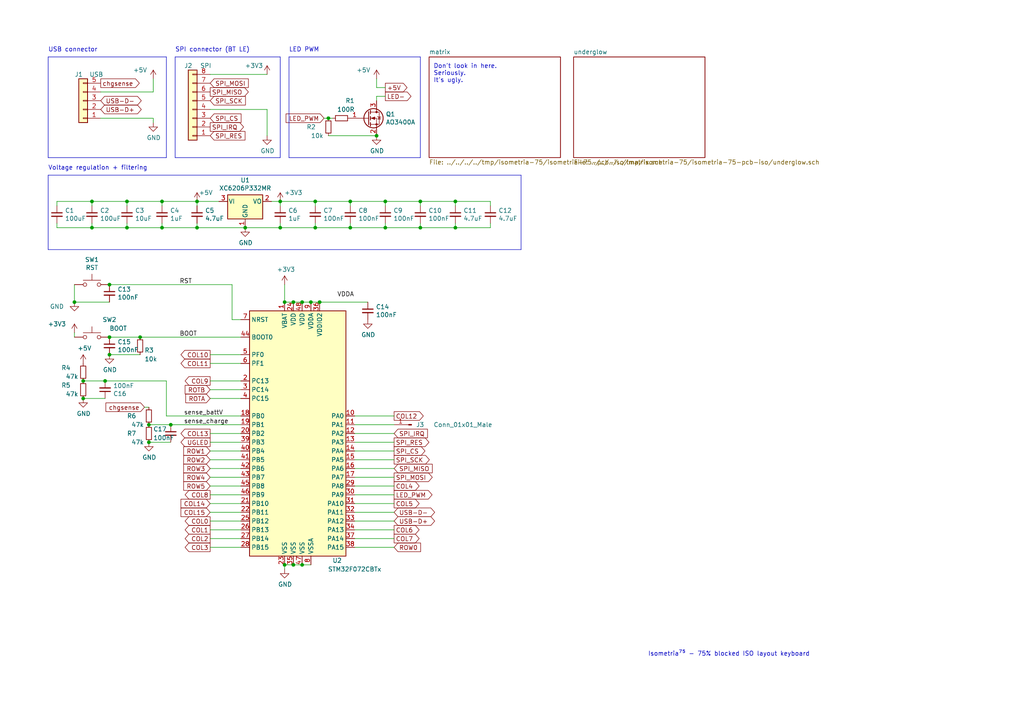
<source format=kicad_sch>
(kicad_sch (version 20230121) (generator eeschema)
  (paper "A4")
  (lib_symbols
    (symbol "Connector_Generic:Conn_01x05" (pin_names (offset 1.016) hide)
      (property "Reference" "J" (at 0 7.62 0))
      (property "Value" "Conn_01x05" (at 0 -7.62 0))
      (symbol "Conn_01x05_1_1"
        (rectangle (start -1.27 -4.953) (end 0 -5.207) (stroke (width 0.1524)))
        (rectangle (start -1.27 -2.413) (end 0 -2.667) (stroke (width 0.1524)))
        (rectangle (start -1.27 0.127) (end 0 -0.127) (stroke (width 0.1524)))
        (rectangle (start -1.27 2.667) (end 0 2.413) (stroke (width 0.1524)))
        (rectangle (start -1.27 5.207) (end 0 4.953) (stroke (width 0.1524)))
        (rectangle (start -1.27 6.35) (end 1.27 -6.35) (stroke (width 0.254)) (fill (type background)))
        (pin passive line (at -5.08 5.08 0) (length 3.81) (name "Pin_1") (number "1"))
        (pin passive line (at -5.08 2.54 0) (length 3.81) (name "Pin_2") (number "2"))
        (pin passive line (at -5.08 0 0) (length 3.81) (name "Pin_3") (number "3"))
        (pin passive line (at -5.08 -2.54 0) (length 3.81) (name "Pin_4") (number "4"))
        (pin passive line (at -5.08 -5.08 0) (length 3.81) (name "Pin_5") (number "5"))
      )
    )
    (symbol "Connector_Generic:Conn_01x08" (pin_names (offset 1.016) hide)
      (property "Reference" "J" (at 0 10.16 0))
      (property "Value" "Conn_01x08" (at 0 -12.7 0))
      (symbol "Conn_01x08_1_1"
        (rectangle (start -1.27 -10.033) (end 0 -10.287) (stroke (width 0.1524)))
        (rectangle (start -1.27 -7.493) (end 0 -7.747) (stroke (width 0.1524)))
        (rectangle (start -1.27 -4.953) (end 0 -5.207) (stroke (width 0.1524)))
        (rectangle (start -1.27 -2.413) (end 0 -2.667) (stroke (width 0.1524)))
        (rectangle (start -1.27 0.127) (end 0 -0.127) (stroke (width 0.1524)))
        (rectangle (start -1.27 2.667) (end 0 2.413) (stroke (width 0.1524)))
        (rectangle (start -1.27 5.207) (end 0 4.953) (stroke (width 0.1524)))
        (rectangle (start -1.27 7.747) (end 0 7.493) (stroke (width 0.1524)))
        (rectangle (start -1.27 8.89) (end 1.27 -11.43) (stroke (width 0.254)) (fill (type background)))
        (pin passive line (at -5.08 7.62 0) (length 3.81) (name "Pin_1") (number "1"))
        (pin passive line (at -5.08 5.08 0) (length 3.81) (name "Pin_2") (number "2"))
        (pin passive line (at -5.08 2.54 0) (length 3.81) (name "Pin_3") (number "3"))
        (pin passive line (at -5.08 0 0) (length 3.81) (name "Pin_4") (number "4"))
        (pin passive line (at -5.08 -2.54 0) (length 3.81) (name "Pin_5") (number "5"))
        (pin passive line (at -5.08 -5.08 0) (length 3.81) (name "Pin_6") (number "6"))
        (pin passive line (at -5.08 -7.62 0) (length 3.81) (name "Pin_7") (number "7"))
        (pin passive line (at -5.08 -10.16 0) (length 3.81) (name "Pin_8") (number "8"))
      )
    )
    (symbol "Device:C_Small" (pin_numbers hide) (pin_names (offset 0.254) hide)
      (property "Reference" "C" (at 0.254 1.778 0))
      (property "Value" "C_Small" (at 0.254 -2.032 0))
      (symbol "C_Small_0_1"
        (polyline (pts (xy -1.524 -0.508) (xy 1.524 -0.508)) (stroke (width 0.3302)))
        (polyline (pts (xy -1.524 0.508) (xy 1.524 0.508)) (stroke (width 0.3048)))
      )
      (symbol "C_Small_1_1"
        (pin passive line (at 0 2.54 270) (length 2.032) (name "~") (number "1"))
        (pin passive line (at 0 -2.54 90) (length 2.032) (name "~") (number "2"))
      )
    )
    (symbol "Device:Q_NMOS_GSD" (pin_names (offset 0) hide)
      (property "Reference" "Q" (at 5.08 1.27 0))
      (property "Value" "Q_NMOS_GSD" (at 5.08 -1.27 0))
      (symbol "Q_NMOS_GSD_0_1"
        (polyline (pts (xy 0.254 0) (xy -2.54 0)))
        (polyline (pts (xy 0.254 1.905) (xy 0.254 -1.905)) (stroke (width 0.254)))
        (polyline (pts (xy 0.762 -1.27) (xy 0.762 -2.286)) (stroke (width 0.254)))
        (polyline (pts (xy 0.762 0.508) (xy 0.762 -0.508)) (stroke (width 0.254)))
        (polyline (pts (xy 0.762 2.286) (xy 0.762 1.27)) (stroke (width 0.254)))
        (polyline (pts (xy 2.54 2.54) (xy 2.54 1.778)))
        (polyline (pts (xy 2.54 -2.54) (xy 2.54 0) (xy 0.762 0)))
        (polyline (pts (xy 0.762 -1.778) (xy 3.302 -1.778) (xy 3.302 1.778) (xy 0.762 1.778)))
        (polyline (pts (xy 1.016 0) (xy 2.032 0.381) (xy 2.032 -0.381) (xy 1.016 0)) (fill (type outline)))
        (polyline (pts (xy 2.794 0.508) (xy 2.921 0.381) (xy 3.683 0.381) (xy 3.81 0.254)))
        (polyline (pts (xy 3.302 0.381) (xy 2.921 -0.254) (xy 3.683 -0.254) (xy 3.302 0.381)))
        (circle (center 1.651 0) (radius 2.794) (stroke (width 0.254)))
        (circle (center 2.54 -1.778) (radius 0.254) (fill (type outline)))
        (circle (center 2.54 1.778) (radius 0.254) (fill (type outline)))
      )
      (symbol "Q_NMOS_GSD_1_1"
        (pin input line (at -5.08 0 0) (length 2.54) (name "G") (number "1"))
        (pin passive line (at 2.54 -5.08 90) (length 2.54) (name "S") (number "2"))
        (pin passive line (at 2.54 5.08 270) (length 2.54) (name "D") (number "3"))
      )
    )
    (symbol "Device:R_Small" (pin_numbers hide) (pin_names (offset 0.254) hide)
      (property "Reference" "R" (at 0.762 0.508 0))
      (property "Value" "R_Small" (at 0.762 -1.016 0))
      (symbol "R_Small_0_1"
        (rectangle (start -0.762 1.778) (end 0.762 -1.778) (stroke (width 0.2032)))
      )
      (symbol "R_Small_1_1"
        (pin passive line (at 0 2.54 270) (length 0.762) (name "~") (number "1"))
        (pin passive line (at 0 -2.54 90) (length 0.762) (name "~") (number "2"))
      )
    )
    (symbol "Switch:SW_Push" (pin_numbers hide) (pin_names (offset 1.016) hide)
      (property "Reference" "SW" (at 1.27 2.54 0))
      (property "Value" "SW_Push" (at 0 -1.524 0))
      (symbol "SW_Push_0_1"
        (circle (center -2.032 0) (radius 0.508))
        (polyline (pts (xy 0 1.27) (xy 0 3.048)))
        (polyline (pts (xy 2.54 1.27) (xy -2.54 1.27)))
        (circle (center 2.032 0) (radius 0.508))
        (pin passive line (at -5.08 0 0) (length 2.54) (name "1") (number "1"))
        (pin passive line (at 5.08 0 180) (length 2.54) (name "2") (number "2"))
      )
    )
    (symbol "isometria-75-pcb-iso-rescue:+3.3V-power" (power) (pin_names (offset 0))
      (property "Value" "+3.3V-power" (at 0 3.556 0))
      (symbol "+3.3V-power_0_1"
        (polyline (pts (xy -0.762 1.27) (xy 0 2.54)))
        (polyline (pts (xy 0 0) (xy 0 2.54)))
        (polyline (pts (xy 0 2.54) (xy 0.762 1.27)))
      )
      (symbol "+3.3V-power_1_1"
        (pin power_in line (at 0 0 90) (length 0) hide (name "+3V3") (number "1"))
      )
    )
    (symbol "isometria-75-pcb-iso-rescue:Conn_01x01_Male-Connector" (pin_names (offset 1.016) hide)
      (property "Reference" "J" (at 0 2.54 0))
      (property "Value" "Connector_Conn_01x01_Male" (at 0 -2.54 0))
      (symbol "Conn_01x01_Male-Connector_1_1"
        (polyline (pts (xy 1.27 0) (xy 0.8636 0)) (stroke (width 0.1524)))
        (rectangle (start 0.8636 0.127) (end 0 -0.127) (stroke (width 0.1524)) (fill (type outline)))
        (pin passive line (at 5.08 0 180) (length 3.81) (name "Pin_1") (number "1"))
      )
    )
    (symbol "isometria-75-pcb-iso-rescue:STM32F072CBTx-MCU_ST_STM32F0"
      (property "Reference" "U" (at -15.24 36.83 0))
      (property "Value" "MCU_ST_STM32F0_STM32F072CBTx" (at 7.62 36.83 0))
      (symbol "STM32F072CBTx-MCU_ST_STM32F0_0_1"
        (rectangle (start -15.24 -35.56) (end 12.7 35.56) (stroke (width 0.254)) (fill (type background)))
      )
      (symbol "STM32F072CBTx-MCU_ST_STM32F0_1_1"
        (pin power_in line (at -5.08 38.1 270) (length 2.54) (name "VBAT") (number "1"))
        (pin bidirectional line (at 15.24 5.08 180) (length 2.54) (name "PA0") (number "10"))
        (pin bidirectional line (at 15.24 2.54 180) (length 2.54) (name "PA1") (number "11"))
        (pin bidirectional line (at 15.24 0 180) (length 2.54) (name "PA2") (number "12"))
        (pin bidirectional line (at 15.24 -2.54 180) (length 2.54) (name "PA3") (number "13"))
        (pin bidirectional line (at 15.24 -5.08 180) (length 2.54) (name "PA4") (number "14"))
        (pin bidirectional line (at 15.24 -7.62 180) (length 2.54) (name "PA5") (number "15"))
        (pin bidirectional line (at 15.24 -10.16 180) (length 2.54) (name "PA6") (number "16"))
        (pin bidirectional line (at 15.24 -12.7 180) (length 2.54) (name "PA7") (number "17"))
        (pin bidirectional line (at -17.78 5.08 0) (length 2.54) (name "PB0") (number "18"))
        (pin bidirectional line (at -17.78 2.54 0) (length 2.54) (name "PB1") (number "19"))
        (pin bidirectional line (at -17.78 15.24 0) (length 2.54) (name "PC13") (number "2"))
        (pin bidirectional line (at -17.78 0 0) (length 2.54) (name "PB2") (number "20"))
        (pin bidirectional line (at -17.78 -20.32 0) (length 2.54) (name "PB10") (number "21"))
        (pin bidirectional line (at -17.78 -22.86 0) (length 2.54) (name "PB11") (number "22"))
        (pin power_in line (at -5.08 -38.1 90) (length 2.54) (name "VSS") (number "23"))
        (pin power_in line (at -2.54 38.1 270) (length 2.54) (name "VDD") (number "24"))
        (pin bidirectional line (at -17.78 -25.4 0) (length 2.54) (name "PB12") (number "25"))
        (pin bidirectional line (at -17.78 -27.94 0) (length 2.54) (name "PB13") (number "26"))
        (pin bidirectional line (at -17.78 -30.48 0) (length 2.54) (name "PB14") (number "27"))
        (pin bidirectional line (at -17.78 -33.02 0) (length 2.54) (name "PB15") (number "28"))
        (pin bidirectional line (at 15.24 -15.24 180) (length 2.54) (name "PA8") (number "29"))
        (pin bidirectional line (at -17.78 12.7 0) (length 2.54) (name "PC14") (number "3"))
        (pin bidirectional line (at 15.24 -17.78 180) (length 2.54) (name "PA9") (number "30"))
        (pin bidirectional line (at 15.24 -20.32 180) (length 2.54) (name "PA10") (number "31"))
        (pin bidirectional line (at 15.24 -22.86 180) (length 2.54) (name "PA11") (number "32"))
        (pin bidirectional line (at 15.24 -25.4 180) (length 2.54) (name "PA12") (number "33"))
        (pin bidirectional line (at 15.24 -27.94 180) (length 2.54) (name "PA13") (number "34"))
        (pin power_in line (at -2.54 -38.1 90) (length 2.54) (name "VSS") (number "35"))
        (pin power_in line (at 5.08 38.1 270) (length 2.54) (name "VDDIO2") (number "36"))
        (pin bidirectional line (at 15.24 -30.48 180) (length 2.54) (name "PA14") (number "37"))
        (pin bidirectional line (at 15.24 -33.02 180) (length 2.54) (name "PA15") (number "38"))
        (pin bidirectional line (at -17.78 -2.54 0) (length 2.54) (name "PB3") (number "39"))
        (pin bidirectional line (at -17.78 10.16 0) (length 2.54) (name "PC15") (number "4"))
        (pin bidirectional line (at -17.78 -5.08 0) (length 2.54) (name "PB4") (number "40"))
        (pin bidirectional line (at -17.78 -7.62 0) (length 2.54) (name "PB5") (number "41"))
        (pin bidirectional line (at -17.78 -10.16 0) (length 2.54) (name "PB6") (number "42"))
        (pin bidirectional line (at -17.78 -12.7 0) (length 2.54) (name "PB7") (number "43"))
        (pin input line (at -17.78 27.94 0) (length 2.54) (name "BOOT0") (number "44"))
        (pin bidirectional line (at -17.78 -15.24 0) (length 2.54) (name "PB8") (number "45"))
        (pin bidirectional line (at -17.78 -17.78 0) (length 2.54) (name "PB9") (number "46"))
        (pin power_in line (at 0 -38.1 90) (length 2.54) (name "VSS") (number "47"))
        (pin power_in line (at 0 38.1 270) (length 2.54) (name "VDD") (number "48"))
        (pin input line (at -17.78 22.86 0) (length 2.54) (name "PF0") (number "5"))
        (pin input line (at -17.78 20.32 0) (length 2.54) (name "PF1") (number "6"))
        (pin input line (at -17.78 33.02 0) (length 2.54) (name "NRST") (number "7"))
        (pin power_in line (at 2.54 -38.1 90) (length 2.54) (name "VSSA") (number "8"))
        (pin power_in line (at 2.54 38.1 270) (length 2.54) (name "VDDA") (number "9"))
      )
    )
    (symbol "isometria-75-pcb-iso-rescue:XC6206PxxxMR-Regulator_Linear-kicad-keyboard-parts" (pin_names (offset 0.254))
      (property "Reference" "U" (at -3.81 3.175 0))
      (property "Value" "kicad-keyboard-parts_XC6206PxxxMR-Regulator_Linear" (at 0 3.175 0))
      (property "LCSC" "C5446" (at 0 0 0))
      (symbol "XC6206PxxxMR-Regulator_Linear-kicad-keyboard-parts_0_1"
        (rectangle (start -5.08 1.905) (end 5.08 -5.08) (stroke (width 0.254)) (fill (type background)))
      )
      (symbol "XC6206PxxxMR-Regulator_Linear-kicad-keyboard-parts_1_1"
        (pin power_in line (at 0 -7.62 90) (length 2.54) (name "GND") (number "1"))
        (pin power_out line (at 7.62 0 180) (length 2.54) (name "VO") (number "2"))
        (pin power_in line (at -7.62 0 0) (length 2.54) (name "VI") (number "3"))
      )
    )
    (symbol "power:+5V" (power) (pin_names (offset 0))
      (property "Value" "+5V" (at 0 3.556 0))
      (symbol "+5V_0_1"
        (polyline (pts (xy -0.762 1.27) (xy 0 2.54)))
        (polyline (pts (xy 0 0) (xy 0 2.54)))
        (polyline (pts (xy 0 2.54) (xy 0.762 1.27)))
      )
      (symbol "+5V_1_1"
        (pin power_in line (at 0 0 90) (length 0) hide (name "+5V") (number "1"))
      )
    )
    (symbol "power:GND" (power) (pin_names (offset 0))
      (property "Value" "GND" (at 0 -3.81 0))
      (symbol "GND_0_1"
        (polyline (pts (xy 0 0) (xy 0 -1.27) (xy 1.27 -1.27) (xy 0 -2.54) (xy -1.27 -1.27) (xy 0 -1.27)))
      )
      (symbol "GND_1_1"
        (pin power_in line (at 0 0 270) (length 0) hide (name "GND") (number "1"))
      )
    )
  )
  (junction (at 90.17 87.63))
  (junction (at 49.53 123.19))
  (junction (at 46.99 66.04))
  (junction (at 30.48 110.49))
  (junction (at 46.99 58.42))
  (junction (at 43.18 123.19))
  (junction (at 87.63 87.63))
  (junction (at 85.09 163.83))
  (junction (at 36.83 66.04))
  (junction (at 21.59 87.63))
  (junction (at 121.92 66.04))
  (junction (at 26.67 66.04))
  (junction (at 43.18 128.27))
  (junction (at 24.13 115.57))
  (junction (at 36.83 58.42))
  (junction (at 31.75 102.87))
  (junction (at 57.15 66.04))
  (junction (at 101.6 66.04))
  (junction (at 91.44 66.04))
  (junction (at 92.71 87.63))
  (junction (at 101.6 58.42))
  (junction (at 132.08 58.42))
  (junction (at 71.12 66.04))
  (junction (at 24.13 110.49))
  (junction (at 31.75 97.79))
  (junction (at 82.55 87.63))
  (junction (at 26.67 58.42))
  (junction (at 111.76 66.04))
  (junction (at 31.75 82.55))
  (junction (at 81.28 66.04))
  (junction (at 57.15 58.42))
  (junction (at 81.28 58.42))
  (junction (at 95.25 34.29))
  (junction (at 109.22 39.37))
  (junction (at 111.76 58.42))
  (junction (at 132.08 66.04))
  (junction (at 87.63 163.83))
  (junction (at 121.92 58.42))
  (junction (at 82.55 163.83))
  (junction (at 40.64 97.79))
  (junction (at 85.09 87.63))
  (junction (at 91.44 58.42))
  (wire (pts (xy 30.48 110.49) (xy 48.26 110.49)))
  (wire (pts (xy 49.53 123.19) (xy 69.85 123.19)))
  (wire (pts (xy 60.96 143.51) (xy 69.85 143.51)))
  (wire (pts (xy 81.28 58.42) (xy 91.44 58.42)))
  (wire (pts (xy 109.22 27.94) (xy 111.76 27.94)))
  (wire (pts (xy 85.09 163.83) (xy 87.63 163.83)))
  (polyline (pts (xy 13.97 16.51) (xy 13.97 45.72)) (stroke (width 0) (type solid)))
  (wire (pts (xy 114.3 140.97) (xy 102.87 140.97)))
  (wire (pts (xy 95.25 39.37) (xy 109.22 39.37)))
  (wire (pts (xy 81.28 66.04) (xy 91.44 66.04)))
  (wire (pts (xy 67.31 92.71) (xy 69.85 92.71)))
  (wire (pts (xy 46.99 66.04) (xy 57.15 66.04)))
  (wire (pts (xy 46.99 66.04) (xy 36.83 66.04)))
  (wire (pts (xy 26.67 66.04) (xy 36.83 66.04)))
  (wire (pts (xy 36.83 58.42) (xy 46.99 58.42)))
  (wire (pts (xy 26.67 58.42) (xy 36.83 58.42)))
  (wire (pts (xy 40.64 102.87) (xy 31.75 102.87)))
  (wire (pts (xy 101.6 58.42) (xy 111.76 58.42)))
  (wire (pts (xy 60.96 138.43) (xy 69.85 138.43)))
  (wire (pts (xy 82.55 87.63) (xy 85.09 87.63)))
  (wire (pts (xy 102.87 153.67) (xy 114.3 153.67)))
  (wire (pts (xy 60.96 133.35) (xy 69.85 133.35)))
  (wire (pts (xy 78.74 58.42) (xy 81.28 58.42)))
  (wire (pts (xy 21.59 82.55) (xy 21.59 87.63)))
  (wire (pts (xy 102.87 151.13) (xy 114.3 151.13)))
  (wire (pts (xy 16.51 58.42) (xy 26.67 58.42)))
  (wire (pts (xy 142.24 66.04) (xy 132.08 66.04)))
  (wire (pts (xy 81.28 64.77) (xy 81.28 66.04)))
  (wire (pts (xy 31.75 97.79) (xy 40.64 97.79)))
  (wire (pts (xy 109.22 25.4) (xy 111.76 25.4)))
  (polyline (pts (xy 13.97 16.51) (xy 48.26 16.51)) (stroke (width 0) (type solid)))
  (wire (pts (xy 29.21 34.29) (xy 44.45 34.29)))
  (wire (pts (xy 43.18 123.19) (xy 49.53 123.19)))
  (wire (pts (xy 60.96 140.97) (xy 69.85 140.97)))
  (polyline (pts (xy 13.97 50.8) (xy 151.13 50.8)) (stroke (width 0) (type solid)))
  (polyline (pts (xy 48.26 45.72) (xy 13.97 45.72)) (stroke (width 0) (type solid)))
  (wire (pts (xy 60.96 115.57) (xy 69.85 115.57)))
  (wire (pts (xy 114.3 158.75) (xy 102.87 158.75)))
  (wire (pts (xy 60.96 151.13) (xy 69.85 151.13)))
  (wire (pts (xy 82.55 165.1) (xy 82.55 163.83)))
  (polyline (pts (xy 48.26 16.51) (xy 48.26 45.72)) (stroke (width 0) (type solid)))
  (wire (pts (xy 91.44 58.42) (xy 101.6 58.42)))
  (wire (pts (xy 16.51 66.04) (xy 26.67 66.04)))
  (wire (pts (xy 132.08 59.69) (xy 132.08 58.42)))
  (wire (pts (xy 24.13 115.57) (xy 30.48 115.57)))
  (wire (pts (xy 57.15 66.04) (xy 71.12 66.04)))
  (wire (pts (xy 121.92 59.69) (xy 121.92 58.42)))
  (polyline (pts (xy 151.13 50.8) (xy 151.13 72.39)) (stroke (width 0) (type solid)))
  (wire (pts (xy 29.21 26.67) (xy 44.45 26.67)))
  (polyline (pts (xy 121.92 45.72) (xy 121.92 16.51)) (stroke (width 0) (type solid)))
  (polyline (pts (xy 83.82 16.51) (xy 83.82 45.72)) (stroke (width 0) (type solid)))
  (wire (pts (xy 43.18 128.27) (xy 49.53 128.27)))
  (wire (pts (xy 57.15 59.69) (xy 57.15 58.42)))
  (wire (pts (xy 92.71 87.63) (xy 106.68 87.63)))
  (wire (pts (xy 82.55 82.55) (xy 82.55 87.63)))
  (wire (pts (xy 36.83 59.69) (xy 36.83 58.42)))
  (polyline (pts (xy 121.92 45.72) (xy 83.82 45.72)) (stroke (width 0) (type solid)))
  (wire (pts (xy 102.87 133.35) (xy 114.3 133.35)))
  (wire (pts (xy 91.44 66.04) (xy 91.44 64.77)))
  (wire (pts (xy 60.96 148.59) (xy 69.85 148.59)))
  (wire (pts (xy 16.51 64.77) (xy 16.51 66.04)))
  (polyline (pts (xy 83.82 16.51) (xy 121.92 16.51)) (stroke (width 0) (type solid)))
  (wire (pts (xy 60.96 135.89) (xy 69.85 135.89)))
  (wire (pts (xy 91.44 59.69) (xy 91.44 58.42)))
  (wire (pts (xy 31.75 82.55) (xy 67.31 82.55)))
  (wire (pts (xy 60.96 105.41) (xy 69.85 105.41)))
  (wire (pts (xy 114.3 143.51) (xy 102.87 143.51)))
  (wire (pts (xy 102.87 123.19) (xy 114.3 123.19)))
  (wire (pts (xy 31.75 87.63) (xy 21.59 87.63)))
  (wire (pts (xy 132.08 66.04) (xy 132.08 64.77)))
  (wire (pts (xy 85.09 163.83) (xy 82.55 163.83)))
  (wire (pts (xy 132.08 58.42) (xy 142.24 58.42)))
  (polyline (pts (xy 50.8 45.72) (xy 50.8 16.51)) (stroke (width 0) (type solid)))
  (wire (pts (xy 101.6 66.04) (xy 111.76 66.04)))
  (wire (pts (xy 90.17 87.63) (xy 92.71 87.63)))
  (wire (pts (xy 102.87 138.43) (xy 114.3 138.43)))
  (wire (pts (xy 46.99 59.69) (xy 46.99 58.42)))
  (wire (pts (xy 48.26 120.65) (xy 69.85 120.65)))
  (wire (pts (xy 43.18 118.11) (xy 41.91 118.11)))
  (polyline (pts (xy 13.97 72.39) (xy 151.13 72.39)) (stroke (width 0) (type solid)))
  (wire (pts (xy 102.87 130.81) (xy 114.3 130.81)))
  (wire (pts (xy 81.28 59.69) (xy 81.28 58.42)))
  (wire (pts (xy 60.96 110.49) (xy 69.85 110.49)))
  (wire (pts (xy 111.76 66.04) (xy 121.92 66.04)))
  (wire (pts (xy 46.99 64.77) (xy 46.99 66.04)))
  (wire (pts (xy 114.3 146.05) (xy 102.87 146.05)))
  (wire (pts (xy 60.96 125.73) (xy 69.85 125.73)))
  (wire (pts (xy 109.22 22.86) (xy 109.22 25.4)))
  (wire (pts (xy 85.09 87.63) (xy 87.63 87.63)))
  (wire (pts (xy 36.83 66.04) (xy 36.83 64.77)))
  (wire (pts (xy 101.6 66.04) (xy 101.6 64.77)))
  (polyline (pts (xy 81.28 45.72) (xy 50.8 45.72)) (stroke (width 0) (type solid)))
  (wire (pts (xy 57.15 64.77) (xy 57.15 66.04)))
  (polyline (pts (xy 13.97 72.39) (xy 13.97 50.8)) (stroke (width 0) (type solid)))
  (wire (pts (xy 91.44 66.04) (xy 101.6 66.04)))
  (wire (pts (xy 26.67 59.69) (xy 26.67 58.42)))
  (wire (pts (xy 102.87 120.65) (xy 114.3 120.65)))
  (wire (pts (xy 111.76 59.69) (xy 111.76 58.42)))
  (wire (pts (xy 102.87 148.59) (xy 114.3 148.59)))
  (wire (pts (xy 102.87 135.89) (xy 114.3 135.89)))
  (wire (pts (xy 44.45 26.67) (xy 44.45 22.86)))
  (wire (pts (xy 60.96 153.67) (xy 69.85 153.67)))
  (wire (pts (xy 111.76 58.42) (xy 121.92 58.42)))
  (wire (pts (xy 26.67 64.77) (xy 26.67 66.04)))
  (wire (pts (xy 67.31 82.55) (xy 67.31 92.71)))
  (wire (pts (xy 60.96 31.75) (xy 77.47 31.75)))
  (wire (pts (xy 87.63 163.83) (xy 90.17 163.83)))
  (wire (pts (xy 57.15 58.42) (xy 63.5 58.42)))
  (wire (pts (xy 60.96 130.81) (xy 69.85 130.81)))
  (wire (pts (xy 142.24 58.42) (xy 142.24 59.69)))
  (wire (pts (xy 87.63 87.63) (xy 90.17 87.63)))
  (wire (pts (xy 60.96 102.87) (xy 69.85 102.87)))
  (wire (pts (xy 111.76 66.04) (xy 111.76 64.77)))
  (wire (pts (xy 60.96 158.75) (xy 69.85 158.75)))
  (wire (pts (xy 21.59 96.52) (xy 21.59 97.79)))
  (wire (pts (xy 121.92 66.04) (xy 132.08 66.04)))
  (wire (pts (xy 24.13 110.49) (xy 30.48 110.49)))
  (wire (pts (xy 142.24 64.77) (xy 142.24 66.04)))
  (wire (pts (xy 114.3 156.21) (xy 102.87 156.21)))
  (wire (pts (xy 48.26 110.49) (xy 48.26 120.65)))
  (wire (pts (xy 101.6 59.69) (xy 101.6 58.42)))
  (wire (pts (xy 102.87 125.73) (xy 114.3 125.73)))
  (wire (pts (xy 60.96 21.59) (xy 77.47 21.59)))
  (wire (pts (xy 109.22 27.94) (xy 109.22 29.21)))
  (wire (pts (xy 16.51 58.42) (xy 16.51 59.69)))
  (wire (pts (xy 60.96 146.05) (xy 69.85 146.05)))
  (wire (pts (xy 93.98 34.29) (xy 95.25 34.29)))
  (wire (pts (xy 77.47 31.75) (xy 77.47 39.37)))
  (wire (pts (xy 71.12 66.04) (xy 81.28 66.04)))
  (wire (pts (xy 44.45 34.29) (xy 44.45 35.56)))
  (wire (pts (xy 40.64 97.79) (xy 69.85 97.79)))
  (wire (pts (xy 60.96 113.03) (xy 69.85 113.03)))
  (wire (pts (xy 121.92 58.42) (xy 132.08 58.42)))
  (wire (pts (xy 46.99 58.42) (xy 57.15 58.42)))
  (wire (pts (xy 121.92 66.04) (xy 121.92 64.77)))
  (wire (pts (xy 102.87 128.27) (xy 114.3 128.27)))
  (polyline (pts (xy 50.8 16.51) (xy 81.28 16.51)) (stroke (width 0) (type solid)))
  (wire (pts (xy 60.96 128.27) (xy 69.85 128.27)))
  (polyline (pts (xy 81.28 16.51) (xy 81.28 45.72)) (stroke (width 0) (type solid)))
  (wire (pts (xy 95.25 34.29) (xy 96.52 34.29)))
  (wire (pts (xy 60.96 156.21) (xy 69.85 156.21)))
  (text "Isometria⁷⁵ - 75% blocked ISO layout keyboard" (at 187.96 190.5 0) (effects (font (size 1.27 1.27)) (justify left bottom)))
  (text "Voltage regulation + filtering" (at 13.97 49.53 0) (effects (font (size 1.27 1.27)) (justify left bottom)))
  (text "Don't look in here.\nSeriously. \nIt's ugly.\n" (at 125.73 24.13 0) (effects (font (size 1.27 1.27)) (justify left bottom)))
  (text "SPI connector (BT LE)" (at 50.8 15.24 0) (effects (font (size 1.27 1.27)) (justify left bottom)))
  (text "LED PWM" (at 83.82 15.24 0) (effects (font (size 1.27 1.27)) (justify left bottom)))
  (text "USB connector" (at 13.97 15.24 0) (effects (font (size 1.27 1.27)) (justify left bottom)))
  (label "BOOT" (at 52.07 97.79 0))
  (label "sense_battV" (at 53.34 120.65 0))
  (label "sense_charge" (at 53.34 123.19 0))
  (label "RST" (at 52.07 82.55 0))
  (label "VDDA" (at 97.79 86.36 0))
  (global_label "LED_PWM" (shape output) (at 114.3 143.51 0) (property "Intersheetrefs" "${INTERSHEET_REFS}" (effects hide)))
  (global_label "USB-D-" (shape bidirectional) (at 114.3 148.59 0) (property "Intersheetrefs" "${INTERSHEET_REFS}" (effects hide)))
  (global_label "SPI_MISO" (shape input) (at 114.3 135.89 0) (property "Intersheetrefs" "${INTERSHEET_REFS}" (effects hide)))
  (global_label "COL7" (shape output) (at 114.3 156.21 0) (property "Intersheetrefs" "${INTERSHEET_REFS}" (effects hide)))
  (global_label "COL9" (shape output) (at 60.96 110.49 180) (property "Intersheetrefs" "${INTERSHEET_REFS}" (effects hide)))
  (global_label "ROW0" (shape input) (at 114.3 158.75 0) (property "Intersheetrefs" "${INTERSHEET_REFS}" (effects hide)))
  (global_label "SPI_CS" (shape input) (at 60.96 34.29 0) (property "Intersheetrefs" "${INTERSHEET_REFS}" (effects hide)))
  (global_label "COL1" (shape output) (at 60.96 153.67 180) (property "Intersheetrefs" "${INTERSHEET_REFS}" (effects hide)))
  (global_label "ROW4" (shape input) (at 60.96 138.43 180) (property "Intersheetrefs" "${INTERSHEET_REFS}" (effects hide)))
  (global_label "COL0" (shape output) (at 60.96 151.13 180) (property "Intersheetrefs" "${INTERSHEET_REFS}" (effects hide)))
  (global_label "COL6" (shape output) (at 114.3 153.67 0) (property "Intersheetrefs" "${INTERSHEET_REFS}" (effects hide)))
  (global_label "ROW2" (shape input) (at 60.96 133.35 180) (property "Intersheetrefs" "${INTERSHEET_REFS}" (effects hide)))
  (global_label "SPI_CS" (shape output) (at 114.3 130.81 0) (property "Intersheetrefs" "${INTERSHEET_REFS}" (effects hide)))
  (global_label "SPI_IRQ" (shape input) (at 114.3 125.73 0) (property "Intersheetrefs" "${INTERSHEET_REFS}" (effects hide)))
  (global_label "COL10" (shape output) (at 60.96 102.87 180) (property "Intersheetrefs" "${INTERSHEET_REFS}" (effects hide)))
  (global_label "chgsense" (shape input) (at 41.91 118.11 180) (property "Intersheetrefs" "${INTERSHEET_REFS}" (effects hide)))
  (global_label "LED-" (shape output) (at 111.76 27.94 0) (property "Intersheetrefs" "${INTERSHEET_REFS}" (effects hide)))
  (global_label "ROW1" (shape input) (at 60.96 130.81 180) (property "Intersheetrefs" "${INTERSHEET_REFS}" (effects hide)))
  (global_label "ROW5" (shape input) (at 60.96 140.97 180) (property "Intersheetrefs" "${INTERSHEET_REFS}" (effects hide)))
  (global_label "+5V" (shape output) (at 111.76 25.4 0) (property "Intersheetrefs" "${INTERSHEET_REFS}" (effects hide)))
  (global_label "COL5" (shape output) (at 114.3 146.05 0) (property "Intersheetrefs" "${INTERSHEET_REFS}" (effects hide)))
  (global_label "COL11" (shape output) (at 60.96 105.41 180) (property "Intersheetrefs" "${INTERSHEET_REFS}" (effects hide)))
  (global_label "SPI_RES" (shape input) (at 60.96 39.37 0) (property "Intersheetrefs" "${INTERSHEET_REFS}" (effects hide)))
  (global_label "COL15" (shape input) (at 60.96 148.59 180) (property "Intersheetrefs" "${INTERSHEET_REFS}" (effects hide)))
  (global_label "COL3" (shape output) (at 60.96 158.75 180) (property "Intersheetrefs" "${INTERSHEET_REFS}" (effects hide)))
  (global_label "SPI_SCK" (shape output) (at 114.3 133.35 0) (property "Intersheetrefs" "${INTERSHEET_REFS}" (effects hide)))
  (global_label "SPI_MOSI" (shape input) (at 60.96 24.13 0) (property "Intersheetrefs" "${INTERSHEET_REFS}" (effects hide)))
  (global_label "COL2" (shape output) (at 60.96 156.21 180) (property "Intersheetrefs" "${INTERSHEET_REFS}" (effects hide)))
  (global_label "ROW3" (shape input) (at 60.96 135.89 180) (property "Intersheetrefs" "${INTERSHEET_REFS}" (effects hide)))
  (global_label "SPI_RES" (shape output) (at 114.3 128.27 0) (property "Intersheetrefs" "${INTERSHEET_REFS}" (effects hide)))
  (global_label "COL12" (shape output) (at 114.3 120.65 0) (property "Intersheetrefs" "${INTERSHEET_REFS}" (effects hide)))
  (global_label "SPI_MOSI" (shape output) (at 114.3 138.43 0) (property "Intersheetrefs" "${INTERSHEET_REFS}" (effects hide)))
  (global_label "SPI_SCK" (shape input) (at 60.96 29.21 0) (property "Intersheetrefs" "${INTERSHEET_REFS}" (effects hide)))
  (global_label "USB-D-" (shape bidirectional) (at 29.21 29.21 0) (property "Intersheetrefs" "${INTERSHEET_REFS}" (effects hide)))
  (global_label "USB-D+" (shape bidirectional) (at 29.21 31.75 0) (property "Intersheetrefs" "${INTERSHEET_REFS}" (effects hide)))
  (global_label "ROTA" (shape input) (at 60.96 115.57 180) (property "Intersheetrefs" "${INTERSHEET_REFS}" (effects hide)))
  (global_label "SPI_MISO" (shape output) (at 60.96 26.67 0) (property "Intersheetrefs" "${INTERSHEET_REFS}" (effects hide)))
  (global_label "COL14" (shape input) (at 60.96 146.05 180) (property "Intersheetrefs" "${INTERSHEET_REFS}" (effects hide)))
  (global_label "ROTB" (shape input) (at 60.96 113.03 180) (property "Intersheetrefs" "${INTERSHEET_REFS}" (effects hide)))
  (global_label "LED_PWM" (shape input) (at 93.98 34.29 180) (property "Intersheetrefs" "${INTERSHEET_REFS}" (effects hide)))
  (global_label "COL13" (shape output) (at 60.96 125.73 180) (property "Intersheetrefs" "${INTERSHEET_REFS}" (effects hide)))
  (global_label "COL8" (shape output) (at 60.96 143.51 180) (property "Intersheetrefs" "${INTERSHEET_REFS}" (effects hide)))
  (global_label "UGLED" (shape output) (at 60.96 128.27 180) (property "Intersheetrefs" "${INTERSHEET_REFS}" (effects hide)))
  (global_label "chgsense" (shape output) (at 29.21 24.13 0) (property "Intersheetrefs" "${INTERSHEET_REFS}" (effects hide)))
  (global_label "SPI_IRQ" (shape output) (at 60.96 36.83 0) (property "Intersheetrefs" "${INTERSHEET_REFS}" (effects hide)))
  (global_label "USB-D+" (shape bidirectional) (at 114.3 151.13 0) (property "Intersheetrefs" "${INTERSHEET_REFS}" (effects hide)))
  (global_label "COL4" (shape output) (at 114.3 140.97 0) (property "Intersheetrefs" "${INTERSHEET_REFS}" (effects hide)))
  (symbol (lib_id "isometria-75-pcb-iso-rescue:STM32F072CBTx-MCU_ST_STM32F0") (at 87.63 125.73 0) (unit 1)
    (property "Reference" "U2" (at 97.79 162.56 0))
    (property "Value" "STM32F072CBTx" (at 102.87 165.1 0))
    (property "Footprint" "Package_QFP:LQFP-48_7x7mm_P0.5mm" (effects hide))
    (property "Datasheet" "http://www.st.com/st-web-ui/static/active/en/resource/technical/document/datasheet/DM00090510.pdf" (effects hide))
    (property "LCSC" "C81720" (effects hide))
  )
  (symbol (lib_id "isometria-75-pcb-iso-rescue:+3.3V-power") (at 82.55 82.55 0) (unit 1)
    (property "Reference" "#PWR010" (effects hide))
    (property "Value" "+3.3V" (at 82.931 78.1558 0))
  )
  (symbol (lib_id "power:GND") (at 82.55 165.1 0) (unit 1)
    (property "Reference" "#PWR018" (effects hide))
    (property "Value" "GND" (at 82.677 169.4942 0))
  )
  (symbol (lib_id "isometria-75-pcb-iso-rescue:+3.3V-power") (at 81.28 58.42 0) (unit 1)
    (property "Reference" "#PWR08" (effects hide))
    (property "Value" "+3.3V" (at 85.09 55.88 0))
  )
  (symbol (lib_id "power:GND") (at 71.12 66.04 0) (unit 1)
    (property "Reference" "#PWR09" (effects hide))
    (property "Value" "GND" (at 71.247 70.4342 0))
  )
  (symbol (lib_id "Device:C_Small") (at 91.44 62.23 0) (unit 1)
    (property "Reference" "C7" (at 93.7768 61.0616 0) (effects (justify left)))
    (property "Value" "100nF" (at 93.7768 63.373 0) (effects (justify left)))
    (property "Footprint" "Capacitor_SMD:C_0402_1005Metric" (effects hide))
    (property "LCSC" "C1525" (effects hide))
  )
  (symbol (lib_id "Device:C_Small") (at 101.6 62.23 0) (unit 1)
    (property "Reference" "C8" (at 103.9368 61.0616 0) (effects (justify left)))
    (property "Value" "100nF" (at 103.9368 63.373 0) (effects (justify left)))
    (property "Footprint" "Capacitor_SMD:C_0402_1005Metric" (effects hide))
    (property "LCSC" "C1525" (effects hide))
  )
  (symbol (lib_id "Device:C_Small") (at 111.76 62.23 0) (unit 1)
    (property "Reference" "C9" (at 114.0968 61.0616 0) (effects (justify left)))
    (property "Value" "100nF" (at 114.0968 63.373 0) (effects (justify left)))
    (property "Footprint" "Capacitor_SMD:C_0402_1005Metric" (effects hide))
    (property "LCSC" "C1525" (effects hide))
  )
  (symbol (lib_id "Device:C_Small") (at 121.92 62.23 0) (unit 1)
    (property "Reference" "C10" (at 124.2568 61.0616 0) (effects (justify left)))
    (property "Value" "100nF" (at 124.2568 63.373 0) (effects (justify left)))
    (property "Footprint" "Capacitor_SMD:C_0402_1005Metric" (effects hide))
    (property "LCSC" "C1525" (effects hide))
  )
  (symbol (lib_id "Device:C_Small") (at 106.68 90.17 0) (unit 1)
    (property "Reference" "C14" (at 109.0168 89.0016 0) (effects (justify left)))
    (property "Value" "100nF" (at 109.0168 91.313 0) (effects (justify left)))
    (property "Footprint" "Capacitor_SMD:C_0402_1005Metric" (effects hide))
    (property "LCSC" "C1525" (effects hide))
  )
  (symbol (lib_id "Device:C_Small") (at 132.08 62.23 0) (unit 1)
    (property "Reference" "C11" (at 134.4168 61.0616 0) (effects (justify left)))
    (property "Value" "4.7uF" (at 134.4168 63.373 0) (effects (justify left)))
    (property "Footprint" "Capacitor_SMD:C_0402_1005Metric" (effects hide))
    (property "LCSC" "C23733" (effects hide))
  )
  (symbol (lib_id "Switch:SW_Push") (at 26.67 82.55 0) (unit 1)
    (property "Reference" "SW1" (at 26.67 75.311 0))
    (property "Value" "RST" (at 26.67 77.6224 0))
    (property "Footprint" "Button_Switch_SMD:SW_SPST_SKQG_WithStem" (effects hide))
    (property "LCSC" "C318886" (effects hide))
  )
  (symbol (lib_id "power:GND") (at 21.59 87.63 0) (unit 1)
    (property "Reference" "#PWR011" (effects hide))
    (property "Value" "GND" (at 16.51 88.9 0))
  )
  (symbol (lib_id "Device:C_Small") (at 31.75 85.09 0) (unit 1)
    (property "Reference" "C13" (at 34.0868 83.9216 0) (effects (justify left)))
    (property "Value" "100nF" (at 34.0868 86.233 0) (effects (justify left)))
    (property "Footprint" "Capacitor_SMD:C_0402_1005Metric" (effects hide))
    (property "LCSC" "C1525" (effects hide))
  )
  (symbol (lib_id "isometria-75-pcb-iso-rescue:XC6206PxxxMR-Regulator_Linear-kicad-keyboard-parts") (at 71.12 58.42 0) (unit 1)
    (property "Reference" "U1" (at 71.12 52.2732 0))
    (property "Value" "XC6206P332MR" (at 71.12 54.5846 0))
    (property "Footprint" "Package_TO_SOT_SMD:SOT-23" (effects hide))
    (property "Datasheet" "https://www.torexsemi.com/file/xc6206/XC6206.pdf" (effects hide))
    (property "LCSC" "C5446" (effects hide))
  )
  (symbol (lib_id "Connector_Generic:Conn_01x05") (at 24.13 29.21 180) (unit 1)
    (property "Reference" "J1" (at 22.86 21.59 0))
    (property "Value" "USB" (at 27.94 21.59 0))
    (property "Footprint" "Connector_JST:JST_SH_SM05B-SRSS-TB_1x05-1MP_P1.00mm_Horizontal" (effects hide))
    (property "Datasheet" "http://www.jst-mfg.com/product/pdf/eng/ePH.pdf" (effects hide))
  )
  (symbol (lib_id "Device:C_Small") (at 46.99 62.23 0) (unit 1)
    (property "Reference" "C4" (at 49.3268 61.0616 0) (effects (justify left)))
    (property "Value" "1uF" (at 49.3268 63.373 0) (effects (justify left)))
    (property "Footprint" "Capacitor_SMD:C_0402_1005Metric" (effects hide))
    (property "LCSC" "C52923" (effects hide))
  )
  (symbol (lib_id "Device:C_Small") (at 81.28 62.23 0) (unit 1)
    (property "Reference" "C6" (at 83.6168 61.0616 0) (effects (justify left)))
    (property "Value" "1uF" (at 83.6168 63.373 0) (effects (justify left)))
    (property "Footprint" "Capacitor_SMD:C_0402_1005Metric" (effects hide))
    (property "LCSC" "C52923" (effects hide))
  )
  (symbol (lib_id "power:GND") (at 44.45 35.56 0) (unit 1)
    (property "Reference" "#PWR04" (effects hide))
    (property "Value" "GND" (at 44.577 39.9542 0))
  )
  (symbol (lib_id "Device:R_Small") (at 99.06 34.29 90) (mirror x) (unit 1)
    (property "Reference" "R1" (at 102.87 29.21 90) (effects (justify left)))
    (property "Value" "100R" (at 102.87 31.75 90) (effects (justify left)))
    (property "Footprint" "Resistor_SMD:R_0402_1005Metric" (effects hide))
    (property "LCSC" "C25076" (effects hide))
  )
  (symbol (lib_id "power:+5V") (at 44.45 22.86 0) (unit 1)
    (property "Reference" "#PWR02" (effects hide))
    (property "Value" "+5V" (at 40.64 20.32 0))
  )
  (symbol (lib_id "power:+5V") (at 57.15 58.42 0) (unit 1)
    (property "Reference" "#PWR07" (effects hide))
    (property "Value" "+5V" (at 59.69 55.88 0))
  )
  (symbol (lib_id "power:+5V") (at 109.22 22.86 0) (unit 1)
    (property "Reference" "#PWR03" (effects hide))
    (property "Value" "+5V" (at 105.41 20.32 0))
  )
  (symbol (lib_id "Connector_Generic:Conn_01x08") (at 55.88 31.75 180) (unit 1)
    (property "Reference" "J2" (at 54.61 19.05 0))
    (property "Value" "SPI" (at 59.69 19.05 0))
    (property "Footprint" "Connector_JST:JST_SH_SM08B-SRSS-TB_1x08-1MP_P1.00mm_Horizontal" (effects hide))
  )
  (symbol (lib_id "power:GND") (at 77.47 39.37 0) (unit 1)
    (property "Reference" "#PWR05" (effects hide))
    (property "Value" "GND" (at 77.597 43.7642 0))
  )
  (symbol (lib_id "Device:Q_NMOS_GSD") (at 106.68 34.29 0) (unit 1)
    (property "Reference" "Q1" (at 111.887 33.1216 0) (effects (justify left)))
    (property "Value" "AO3400A" (at 111.887 35.433 0) (effects (justify left)))
    (property "Footprint" "Package_TO_SOT_SMD:SOT-23" (effects hide))
    (property "Datasheet" "https://datasheet.lcsc.com/szlcsc/Alpha-Omega-Semicon-AOS-AO3400A_C20917.pdf" (effects hide))
    (property "LCSC" "C20917" (effects hide))
  )
  (symbol (lib_id "power:GND") (at 109.22 39.37 0) (unit 1)
    (property "Reference" "#PWR06" (effects hide))
    (property "Value" "GND" (at 109.347 43.7642 0))
  )
  (symbol (lib_id "Switch:SW_Push") (at 26.67 97.79 0) (unit 1)
    (property "Reference" "SW2" (at 31.75 92.71 0))
    (property "Value" "BOOT" (at 34.29 95.25 0))
    (property "Footprint" "Button_Switch_SMD:SW_SPST_SKQG_WithStem" (effects hide))
    (property "LCSC" "C318886" (effects hide))
  )
  (symbol (lib_id "power:GND") (at 31.75 102.87 0) (unit 1)
    (property "Reference" "#PWR014" (effects hide))
    (property "Value" "GND" (at 31.877 107.2642 0))
  )
  (symbol (lib_id "Device:C_Small") (at 31.75 100.33 0) (unit 1)
    (property "Reference" "C15" (at 34.0868 99.1616 0) (effects (justify left)))
    (property "Value" "100nF" (at 34.0868 101.473 0) (effects (justify left)))
    (property "Footprint" "Capacitor_SMD:C_0402_1005Metric" (effects hide))
    (property "LCSC" "C1525" (effects hide))
  )
  (symbol (lib_id "Device:C_Small") (at 57.15 62.23 0) (unit 1)
    (property "Reference" "C5" (at 59.4868 61.0616 0) (effects (justify left)))
    (property "Value" "4.7uF" (at 59.4868 63.373 0) (effects (justify left)))
    (property "Footprint" "Capacitor_SMD:C_0402_1005Metric" (effects hide))
    (property "LCSC" "C23733" (effects hide))
  )
  (symbol (lib_id "Device:R_Small") (at 40.64 100.33 0) (unit 1)
    (property "Reference" "R3" (at 41.91 101.6 0) (effects (justify left)))
    (property "Value" "10k" (at 41.91 104.14 0) (effects (justify left)))
    (property "Footprint" "Resistor_SMD:R_0402_1005Metric" (effects hide))
    (property "LCSC" "C25744" (effects hide))
  )
  (symbol (lib_id "isometria-75-pcb-iso-rescue:+3.3V-power") (at 21.59 96.52 0) (unit 1)
    (property "Reference" "#PWR013" (effects hide))
    (property "Value" "+3.3V" (at 16.51 93.98 0))
  )
  (symbol (lib_id "Device:C_Small") (at 142.24 62.23 0) (unit 1)
    (property "Reference" "C12" (at 144.5768 61.0616 0) (effects (justify left)))
    (property "Value" "4.7uF" (at 144.5768 63.373 0) (effects (justify left)))
    (property "Footprint" "Capacitor_SMD:C_0402_1005Metric" (effects hide))
    (property "LCSC" "C23733" (effects hide))
  )
  (symbol (lib_id "Device:C_Small") (at 49.53 125.73 0) (unit 1)
    (property "Reference" "C17" (at 44.45 124.46 0) (effects (justify left)))
    (property "Value" "100nF" (at 44.45 127 0) (effects (justify left)))
    (property "Footprint" "Capacitor_SMD:C_0402_1005Metric" (effects hide))
    (property "LCSC" "C1525" (effects hide))
  )
  (symbol (lib_id "Device:R_Small") (at 43.18 125.73 0) (unit 1)
    (property "Reference" "R7" (at 36.83 125.73 0) (effects (justify left)))
    (property "Value" "47k" (at 38.1 128.27 0) (effects (justify left)))
    (property "Footprint" "Resistor_SMD:R_0402_1005Metric" (effects hide))
    (property "LCSC" "C25792" (effects hide))
  )
  (symbol (lib_id "Device:R_Small") (at 43.18 120.65 0) (unit 1)
    (property "Reference" "R6" (at 36.83 120.65 0) (effects (justify left)))
    (property "Value" "47k" (at 38.1 123.19 0) (effects (justify left)))
    (property "Footprint" "Resistor_SMD:R_0402_1005Metric" (effects hide))
    (property "LCSC" "C25792" (effects hide))
  )
  (symbol (lib_id "power:GND") (at 43.18 128.27 0) (unit 1)
    (property "Reference" "#PWR017" (effects hide))
    (property "Value" "GND" (at 43.307 132.6642 0))
  )
  (symbol (lib_id "isometria-75-pcb-iso-rescue:+3.3V-power") (at 77.47 21.59 0) (unit 1)
    (property "Reference" "#PWR01" (effects hide))
    (property "Value" "+3.3V" (at 73.66 19.05 0))
  )
  (symbol (lib_id "Device:C_Small") (at 36.83 62.23 0) (unit 1)
    (property "Reference" "C3" (at 39.1668 61.0616 0) (effects (justify left)))
    (property "Value" "10uF" (at 39.1668 63.373 0) (effects (justify left)))
    (property "Footprint" "Capacitor_Tantalum_SMD:CP_EIA-3216-18_Kemet-A" (effects hide))
    (property "LCSC" "C7171" (effects hide))
  )
  (symbol (lib_id "Device:C_Small") (at 26.67 62.23 0) (unit 1)
    (property "Reference" "C2" (at 29.0068 61.0616 0) (effects (justify left)))
    (property "Value" "100uF" (at 29.0068 63.373 0) (effects (justify left)))
    (property "Footprint" "Capacitor_Tantalum_SMD:CP_EIA-3528-21_Kemet-B" (effects hide))
    (property "LCSC" "C16133" (effects hide))
  )
  (symbol (lib_id "Device:C_Small") (at 16.51 62.23 0) (unit 1)
    (property "Reference" "C1" (at 18.8468 61.0616 0) (effects (justify left)))
    (property "Value" "100uF" (at 18.8468 63.373 0) (effects (justify left)))
    (property "Footprint" "Capacitor_Tantalum_SMD:CP_EIA-3528-21_Kemet-B" (effects hide))
    (property "LCSC" "C16133" (effects hide))
  )
  (symbol (lib_id "Device:C_Small") (at 30.48 113.03 0) (mirror x) (unit 1)
    (property "Reference" "C16" (at 32.8168 114.1984 0) (effects (justify left)))
    (property "Value" "100nF" (at 32.8168 111.887 0) (effects (justify left)))
    (property "Footprint" "Capacitor_SMD:C_0402_1005Metric" (effects hide))
    (property "LCSC" "C1525" (effects hide))
  )
  (symbol (lib_id "Device:R_Small") (at 24.13 113.03 0) (unit 1)
    (property "Reference" "R5" (at 17.78 111.76 0) (effects (justify left)))
    (property "Value" "47k" (at 19.05 114.3 0) (effects (justify left)))
    (property "Footprint" "Resistor_SMD:R_0402_1005Metric" (effects hide))
    (property "LCSC" "C25792" (effects hide))
  )
  (symbol (lib_id "Device:R_Small") (at 24.13 107.95 0) (unit 1)
    (property "Reference" "R4" (at 17.78 106.68 0) (effects (justify left)))
    (property "Value" "47k" (at 19.05 109.22 0) (effects (justify left)))
    (property "Footprint" "Resistor_SMD:R_0402_1005Metric" (effects hide))
    (property "LCSC" "C25792" (effects hide))
  )
  (symbol (lib_id "power:GND") (at 24.13 115.57 0) (unit 1)
    (property "Reference" "#PWR016" (effects hide))
    (property "Value" "GND" (at 24.257 119.9642 0))
  )
  (symbol (lib_id "power:+5V") (at 24.13 105.41 0) (unit 1)
    (property "Reference" "#PWR015" (effects hide))
    (property "Value" "+5V" (at 24.511 101.0158 0))
  )
  (symbol (lib_id "isometria-75-pcb-iso-rescue:Conn_01x01_Male-Connector") (at 119.38 123.19 180) (unit 1)
    (property "Reference" "J3" (at 120.65 123.19 0) (effects (justify right)))
    (property "Value" "Conn_01x01_Male" (at 125.73 123.19 0) (effects (justify right)))
    (property "Footprint" "Connector_PinHeader_2.54mm:PinHeader_1x01_P2.54mm_Vertical" (effects hide))
  )
  (symbol (lib_id "power:GND") (at 106.68 92.71 0) (unit 1)
    (property "Reference" "#PWR012" (effects hide))
    (property "Value" "GND" (at 106.807 97.1042 0))
  )
  (symbol (lib_id "Device:R_Small") (at 95.25 36.83 0) (unit 1)
    (property "Reference" "R2" (at 88.9 36.83 0) (effects (justify left)))
    (property "Value" "10k" (at 90.17 39.37 0) (effects (justify left)))
    (property "Footprint" "Resistor_SMD:R_0402_1005Metric" (effects hide))
    (property "LCSC" "C25744" (effects hide))
  )
  (sheet (at 124.46 16.51) (size 38.1 29.21)
    (property "Sheetname" "matrix" (at 124.46 15.7984 0) (effects (justify left bottom)))
    (property "Sheetfile" "../../../../tmp/isometria-75/isometria-75-pcb-iso/matrix.sch" (at 124.46 46.3046 0) (effects (justify left top)))
  )
  (sheet (at 166.37 16.51) (size 38.1 29.21)
    (property "Sheetname" "underglow" (at 166.37 15.7984 0) (effects (justify left bottom)))
    (property "Sheetfile" "../../../../tmp/isometria-75/isometria-75-pcb-iso/underglow.sch" (at 166.37 46.3046 0) (effects (justify left top)))
  )
)
</source>
